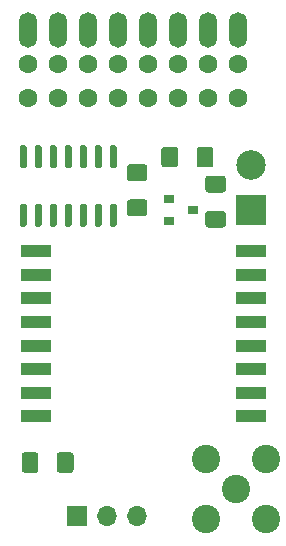
<source format=gbr>
G04 #@! TF.GenerationSoftware,KiCad,Pcbnew,(5.1.9-0-10_14)*
G04 #@! TF.CreationDate,2021-04-20T22:11:40+01:00*
G04 #@! TF.ProjectId,TinyTX4-sma,54696e79-5458-4342-9d73-6d612e6b6963,rev?*
G04 #@! TF.SameCoordinates,Original*
G04 #@! TF.FileFunction,Soldermask,Top*
G04 #@! TF.FilePolarity,Negative*
%FSLAX46Y46*%
G04 Gerber Fmt 4.6, Leading zero omitted, Abs format (unit mm)*
G04 Created by KiCad (PCBNEW (5.1.9-0-10_14)) date 2021-04-20 22:11:40*
%MOMM*%
%LPD*%
G01*
G04 APERTURE LIST*
%ADD10C,2.400000*%
%ADD11O,1.700000X1.700000*%
%ADD12R,1.700000X1.700000*%
%ADD13R,2.499360X2.499360*%
%ADD14C,2.499360*%
%ADD15R,2.500000X1.000000*%
%ADD16C,1.600000*%
%ADD17O,1.500000X3.000000*%
%ADD18R,0.900000X0.800000*%
G04 APERTURE END LIST*
D10*
X36545520Y-58643520D03*
X31465520Y-58643520D03*
X36545520Y-53563520D03*
X31465520Y-53563520D03*
X34005520Y-56103520D03*
D11*
X25654000Y-58420000D03*
X23114000Y-58420000D03*
D12*
X20574000Y-58420000D03*
D13*
X35285680Y-32517080D03*
D14*
X35285680Y-28707080D03*
D15*
X17068800Y-35976560D03*
X17068800Y-37976560D03*
X17068800Y-39976560D03*
X17068800Y-41976560D03*
X17068800Y-43976560D03*
X17068800Y-45976560D03*
X17068800Y-47976560D03*
X17068800Y-49976560D03*
X35268800Y-49976560D03*
X35268800Y-47976560D03*
X35268800Y-45976560D03*
X35268800Y-43976560D03*
X35268800Y-41976560D03*
X35268800Y-39976560D03*
X35268800Y-37976560D03*
X35268800Y-35976560D03*
G36*
G01*
X18853780Y-54508560D02*
X18853780Y-53258560D01*
G75*
G02*
X19103780Y-53008560I250000J0D01*
G01*
X20028780Y-53008560D01*
G75*
G02*
X20278780Y-53258560I0J-250000D01*
G01*
X20278780Y-54508560D01*
G75*
G02*
X20028780Y-54758560I-250000J0D01*
G01*
X19103780Y-54758560D01*
G75*
G02*
X18853780Y-54508560I0J250000D01*
G01*
G37*
G36*
G01*
X15878780Y-54508560D02*
X15878780Y-53258560D01*
G75*
G02*
X16128780Y-53008560I250000J0D01*
G01*
X17053780Y-53008560D01*
G75*
G02*
X17303780Y-53258560I0J-250000D01*
G01*
X17303780Y-54508560D01*
G75*
G02*
X17053780Y-54758560I-250000J0D01*
G01*
X16128780Y-54758560D01*
G75*
G02*
X15878780Y-54508560I0J250000D01*
G01*
G37*
D16*
X16440320Y-22977120D03*
X18980320Y-22977120D03*
X21520320Y-22977120D03*
X24060320Y-22977120D03*
X26600320Y-22977120D03*
X29140320Y-22977120D03*
X31680320Y-22977120D03*
X34220320Y-22977120D03*
X16440320Y-20170400D03*
X18980320Y-20170400D03*
X21520320Y-20170400D03*
X24060320Y-20170400D03*
X26600320Y-20170400D03*
X29140320Y-20170400D03*
X31680320Y-20170400D03*
X34220320Y-20170400D03*
G36*
G01*
X29140180Y-27396280D02*
X29140180Y-28646280D01*
G75*
G02*
X28890180Y-28896280I-250000J0D01*
G01*
X27965180Y-28896280D01*
G75*
G02*
X27715180Y-28646280I0J250000D01*
G01*
X27715180Y-27396280D01*
G75*
G02*
X27965180Y-27146280I250000J0D01*
G01*
X28890180Y-27146280D01*
G75*
G02*
X29140180Y-27396280I0J-250000D01*
G01*
G37*
G36*
G01*
X32115180Y-27396280D02*
X32115180Y-28646280D01*
G75*
G02*
X31865180Y-28896280I-250000J0D01*
G01*
X30940180Y-28896280D01*
G75*
G02*
X30690180Y-28646280I0J250000D01*
G01*
X30690180Y-27396280D01*
G75*
G02*
X30940180Y-27146280I250000J0D01*
G01*
X31865180Y-27146280D01*
G75*
G02*
X32115180Y-27396280I0J-250000D01*
G01*
G37*
G36*
G01*
X23492320Y-31969840D02*
X23792320Y-31969840D01*
G75*
G02*
X23942320Y-32119840I0J-150000D01*
G01*
X23942320Y-33769840D01*
G75*
G02*
X23792320Y-33919840I-150000J0D01*
G01*
X23492320Y-33919840D01*
G75*
G02*
X23342320Y-33769840I0J150000D01*
G01*
X23342320Y-32119840D01*
G75*
G02*
X23492320Y-31969840I150000J0D01*
G01*
G37*
G36*
G01*
X22222320Y-31969840D02*
X22522320Y-31969840D01*
G75*
G02*
X22672320Y-32119840I0J-150000D01*
G01*
X22672320Y-33769840D01*
G75*
G02*
X22522320Y-33919840I-150000J0D01*
G01*
X22222320Y-33919840D01*
G75*
G02*
X22072320Y-33769840I0J150000D01*
G01*
X22072320Y-32119840D01*
G75*
G02*
X22222320Y-31969840I150000J0D01*
G01*
G37*
G36*
G01*
X20952320Y-31969840D02*
X21252320Y-31969840D01*
G75*
G02*
X21402320Y-32119840I0J-150000D01*
G01*
X21402320Y-33769840D01*
G75*
G02*
X21252320Y-33919840I-150000J0D01*
G01*
X20952320Y-33919840D01*
G75*
G02*
X20802320Y-33769840I0J150000D01*
G01*
X20802320Y-32119840D01*
G75*
G02*
X20952320Y-31969840I150000J0D01*
G01*
G37*
G36*
G01*
X19682320Y-31969840D02*
X19982320Y-31969840D01*
G75*
G02*
X20132320Y-32119840I0J-150000D01*
G01*
X20132320Y-33769840D01*
G75*
G02*
X19982320Y-33919840I-150000J0D01*
G01*
X19682320Y-33919840D01*
G75*
G02*
X19532320Y-33769840I0J150000D01*
G01*
X19532320Y-32119840D01*
G75*
G02*
X19682320Y-31969840I150000J0D01*
G01*
G37*
G36*
G01*
X18412320Y-31969840D02*
X18712320Y-31969840D01*
G75*
G02*
X18862320Y-32119840I0J-150000D01*
G01*
X18862320Y-33769840D01*
G75*
G02*
X18712320Y-33919840I-150000J0D01*
G01*
X18412320Y-33919840D01*
G75*
G02*
X18262320Y-33769840I0J150000D01*
G01*
X18262320Y-32119840D01*
G75*
G02*
X18412320Y-31969840I150000J0D01*
G01*
G37*
G36*
G01*
X17142320Y-31969840D02*
X17442320Y-31969840D01*
G75*
G02*
X17592320Y-32119840I0J-150000D01*
G01*
X17592320Y-33769840D01*
G75*
G02*
X17442320Y-33919840I-150000J0D01*
G01*
X17142320Y-33919840D01*
G75*
G02*
X16992320Y-33769840I0J150000D01*
G01*
X16992320Y-32119840D01*
G75*
G02*
X17142320Y-31969840I150000J0D01*
G01*
G37*
G36*
G01*
X15872320Y-31969840D02*
X16172320Y-31969840D01*
G75*
G02*
X16322320Y-32119840I0J-150000D01*
G01*
X16322320Y-33769840D01*
G75*
G02*
X16172320Y-33919840I-150000J0D01*
G01*
X15872320Y-33919840D01*
G75*
G02*
X15722320Y-33769840I0J150000D01*
G01*
X15722320Y-32119840D01*
G75*
G02*
X15872320Y-31969840I150000J0D01*
G01*
G37*
G36*
G01*
X15872320Y-27019840D02*
X16172320Y-27019840D01*
G75*
G02*
X16322320Y-27169840I0J-150000D01*
G01*
X16322320Y-28819840D01*
G75*
G02*
X16172320Y-28969840I-150000J0D01*
G01*
X15872320Y-28969840D01*
G75*
G02*
X15722320Y-28819840I0J150000D01*
G01*
X15722320Y-27169840D01*
G75*
G02*
X15872320Y-27019840I150000J0D01*
G01*
G37*
G36*
G01*
X17142320Y-27019840D02*
X17442320Y-27019840D01*
G75*
G02*
X17592320Y-27169840I0J-150000D01*
G01*
X17592320Y-28819840D01*
G75*
G02*
X17442320Y-28969840I-150000J0D01*
G01*
X17142320Y-28969840D01*
G75*
G02*
X16992320Y-28819840I0J150000D01*
G01*
X16992320Y-27169840D01*
G75*
G02*
X17142320Y-27019840I150000J0D01*
G01*
G37*
G36*
G01*
X18412320Y-27019840D02*
X18712320Y-27019840D01*
G75*
G02*
X18862320Y-27169840I0J-150000D01*
G01*
X18862320Y-28819840D01*
G75*
G02*
X18712320Y-28969840I-150000J0D01*
G01*
X18412320Y-28969840D01*
G75*
G02*
X18262320Y-28819840I0J150000D01*
G01*
X18262320Y-27169840D01*
G75*
G02*
X18412320Y-27019840I150000J0D01*
G01*
G37*
G36*
G01*
X19682320Y-27019840D02*
X19982320Y-27019840D01*
G75*
G02*
X20132320Y-27169840I0J-150000D01*
G01*
X20132320Y-28819840D01*
G75*
G02*
X19982320Y-28969840I-150000J0D01*
G01*
X19682320Y-28969840D01*
G75*
G02*
X19532320Y-28819840I0J150000D01*
G01*
X19532320Y-27169840D01*
G75*
G02*
X19682320Y-27019840I150000J0D01*
G01*
G37*
G36*
G01*
X20952320Y-27019840D02*
X21252320Y-27019840D01*
G75*
G02*
X21402320Y-27169840I0J-150000D01*
G01*
X21402320Y-28819840D01*
G75*
G02*
X21252320Y-28969840I-150000J0D01*
G01*
X20952320Y-28969840D01*
G75*
G02*
X20802320Y-28819840I0J150000D01*
G01*
X20802320Y-27169840D01*
G75*
G02*
X20952320Y-27019840I150000J0D01*
G01*
G37*
G36*
G01*
X22222320Y-27019840D02*
X22522320Y-27019840D01*
G75*
G02*
X22672320Y-27169840I0J-150000D01*
G01*
X22672320Y-28819840D01*
G75*
G02*
X22522320Y-28969840I-150000J0D01*
G01*
X22222320Y-28969840D01*
G75*
G02*
X22072320Y-28819840I0J150000D01*
G01*
X22072320Y-27169840D01*
G75*
G02*
X22222320Y-27019840I150000J0D01*
G01*
G37*
G36*
G01*
X23492320Y-27019840D02*
X23792320Y-27019840D01*
G75*
G02*
X23942320Y-27169840I0J-150000D01*
G01*
X23942320Y-28819840D01*
G75*
G02*
X23792320Y-28969840I-150000J0D01*
G01*
X23492320Y-28969840D01*
G75*
G02*
X23342320Y-28819840I0J150000D01*
G01*
X23342320Y-27169840D01*
G75*
G02*
X23492320Y-27019840I150000J0D01*
G01*
G37*
D17*
X16443960Y-17292320D03*
X18983960Y-17292320D03*
X21523960Y-17292320D03*
X24063960Y-17292320D03*
X26603960Y-17292320D03*
X29143960Y-17292320D03*
X31683960Y-17292320D03*
X34223960Y-17292320D03*
D18*
X30352240Y-32491680D03*
X28352240Y-33441680D03*
X28352240Y-31541680D03*
G36*
G01*
X32928720Y-31021660D02*
X31678720Y-31021660D01*
G75*
G02*
X31428720Y-30771660I0J250000D01*
G01*
X31428720Y-29846660D01*
G75*
G02*
X31678720Y-29596660I250000J0D01*
G01*
X32928720Y-29596660D01*
G75*
G02*
X33178720Y-29846660I0J-250000D01*
G01*
X33178720Y-30771660D01*
G75*
G02*
X32928720Y-31021660I-250000J0D01*
G01*
G37*
G36*
G01*
X32928720Y-33996660D02*
X31678720Y-33996660D01*
G75*
G02*
X31428720Y-33746660I0J250000D01*
G01*
X31428720Y-32821660D01*
G75*
G02*
X31678720Y-32571660I250000J0D01*
G01*
X32928720Y-32571660D01*
G75*
G02*
X33178720Y-32821660I0J-250000D01*
G01*
X33178720Y-33746660D01*
G75*
G02*
X32928720Y-33996660I-250000J0D01*
G01*
G37*
G36*
G01*
X25034080Y-31606460D02*
X26284080Y-31606460D01*
G75*
G02*
X26534080Y-31856460I0J-250000D01*
G01*
X26534080Y-32781460D01*
G75*
G02*
X26284080Y-33031460I-250000J0D01*
G01*
X25034080Y-33031460D01*
G75*
G02*
X24784080Y-32781460I0J250000D01*
G01*
X24784080Y-31856460D01*
G75*
G02*
X25034080Y-31606460I250000J0D01*
G01*
G37*
G36*
G01*
X25034080Y-28631460D02*
X26284080Y-28631460D01*
G75*
G02*
X26534080Y-28881460I0J-250000D01*
G01*
X26534080Y-29806460D01*
G75*
G02*
X26284080Y-30056460I-250000J0D01*
G01*
X25034080Y-30056460D01*
G75*
G02*
X24784080Y-29806460I0J250000D01*
G01*
X24784080Y-28881460D01*
G75*
G02*
X25034080Y-28631460I250000J0D01*
G01*
G37*
M02*

</source>
